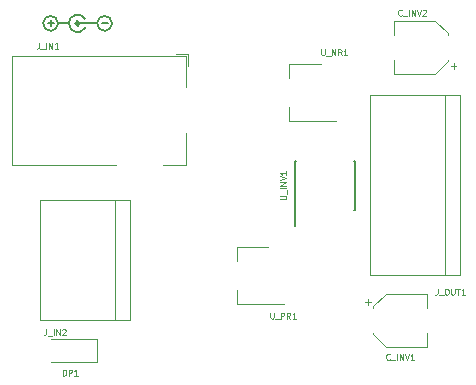
<source format=gbr>
G04 #@! TF.GenerationSoftware,KiCad,Pcbnew,(5.0.0-3-g5ebb6b6)*
G04 #@! TF.CreationDate,2018-12-29T11:49:17+00:00*
G04 #@! TF.ProjectId,BinaryBagelBoard,42696E617279426167656C426F617264,rev?*
G04 #@! TF.SameCoordinates,Original*
G04 #@! TF.FileFunction,Legend,Top*
G04 #@! TF.FilePolarity,Positive*
%FSLAX46Y46*%
G04 Gerber Fmt 4.6, Leading zero omitted, Abs format (unit mm)*
G04 Created by KiCad (PCBNEW (5.0.0-3-g5ebb6b6)) date Saturday, 29 December 2018 at 11:49:17*
%MOMM*%
%LPD*%
G01*
G04 APERTURE LIST*
%ADD10C,0.200000*%
%ADD11C,0.300000*%
%ADD12C,0.150000*%
%ADD13C,0.120000*%
%ADD14C,0.050000*%
G04 APERTURE END LIST*
D10*
X98425000Y-48514000D02*
X100076000Y-48514000D01*
X96774000Y-48514000D02*
X97663000Y-48514000D01*
X99060000Y-48895000D02*
G75*
G02X99060000Y-48133000I-635000J381000D01*
G01*
D11*
X98552000Y-48514000D02*
G75*
G03X98552000Y-48514000I-127000J0D01*
G01*
D10*
X95885000Y-48514000D02*
X96393000Y-48514000D01*
X96774000Y-48514000D02*
G75*
G03X96774000Y-48514000I-635000J0D01*
G01*
X100457000Y-48514000D02*
X100965000Y-48514000D01*
X96139000Y-48768000D02*
X96139000Y-48260000D01*
X101346000Y-48514000D02*
G75*
G03X101346000Y-48514000I-635000J0D01*
G01*
D12*
G04 #@! TO.C,U_INV1*
X116805000Y-64305000D02*
X116855000Y-64305000D01*
X116805000Y-60155000D02*
X116950000Y-60155000D01*
X121955000Y-60155000D02*
X121810000Y-60155000D01*
X121955000Y-64305000D02*
X121810000Y-64305000D01*
X116805000Y-64305000D02*
X116805000Y-60155000D01*
X121955000Y-64305000D02*
X121955000Y-60155000D01*
X116855000Y-64305000D02*
X116855000Y-65705000D01*
D13*
G04 #@! TO.C,C_INV1*
X127990000Y-75920000D02*
X127990000Y-74720000D01*
X127990000Y-71400000D02*
X127990000Y-72600000D01*
X124534437Y-71400000D02*
X127990000Y-71400000D01*
X124534437Y-75920000D02*
X127990000Y-75920000D01*
X123470000Y-74855563D02*
X123470000Y-74720000D01*
X123470000Y-72464437D02*
X123470000Y-72600000D01*
X123470000Y-72464437D02*
X124534437Y-71400000D01*
X123470000Y-74855563D02*
X124534437Y-75920000D01*
X122730000Y-72100000D02*
X123230000Y-72100000D01*
X122980000Y-71850000D02*
X122980000Y-72350000D01*
G04 #@! TO.C,C_INV2*
X130258000Y-52356000D02*
X130258000Y-51856000D01*
X130508000Y-52106000D02*
X130008000Y-52106000D01*
X129768000Y-49350437D02*
X128703563Y-48286000D01*
X129768000Y-51741563D02*
X128703563Y-52806000D01*
X129768000Y-51741563D02*
X129768000Y-51606000D01*
X129768000Y-49350437D02*
X129768000Y-49486000D01*
X128703563Y-48286000D02*
X125248000Y-48286000D01*
X128703563Y-52806000D02*
X125248000Y-52806000D01*
X125248000Y-52806000D02*
X125248000Y-51606000D01*
X125248000Y-48286000D02*
X125248000Y-49486000D01*
G04 #@! TO.C,J_IN1*
X107780000Y-52130000D02*
X107780000Y-51080000D01*
X106730000Y-51080000D02*
X107780000Y-51080000D01*
X101680000Y-60480000D02*
X92880000Y-60480000D01*
X92880000Y-60480000D02*
X92880000Y-51280000D01*
X107580000Y-57780000D02*
X107580000Y-60480000D01*
X107580000Y-60480000D02*
X105680000Y-60480000D01*
X92880000Y-51280000D02*
X107580000Y-51280000D01*
X107580000Y-51280000D02*
X107580000Y-53880000D01*
G04 #@! TO.C,U_NR1*
X116330000Y-53156000D02*
X116330000Y-51956000D01*
X116330000Y-51956000D02*
X119030000Y-51956000D01*
X120330000Y-56756000D02*
X116330000Y-56756000D01*
X116330000Y-56756000D02*
X116330000Y-55556000D01*
G04 #@! TO.C,U_PR1*
X111885000Y-72250000D02*
X111885000Y-71050000D01*
X115885000Y-72250000D02*
X111885000Y-72250000D01*
X111885000Y-67450000D02*
X114585000Y-67450000D01*
X111885000Y-68650000D02*
X111885000Y-67450000D01*
G04 #@! TO.C,J_IN2*
X101600000Y-63500000D02*
X101600000Y-73660000D01*
X102870000Y-63500000D02*
X95250000Y-63500000D01*
X95250000Y-63500000D02*
X95250000Y-73660000D01*
X95250000Y-73660000D02*
X102870000Y-73660000D01*
X102870000Y-73660000D02*
X102870000Y-63500000D01*
G04 #@! TO.C,J_OUT1*
X130810000Y-69850000D02*
X123190000Y-69850000D01*
X130810000Y-54610000D02*
X123190000Y-54610000D01*
X129540000Y-69850000D02*
X129540000Y-54610000D01*
X123190000Y-69850000D02*
X123190000Y-54610000D01*
X130810000Y-69850000D02*
X130810000Y-54610000D01*
G04 #@! TO.C,DP1*
X100040000Y-77200000D02*
X100040000Y-75200000D01*
X100040000Y-75200000D02*
X96140000Y-75200000D01*
X100040000Y-77200000D02*
X96140000Y-77200000D01*
G04 #@! TO.C,U_INV1*
D14*
X115606190Y-63396666D02*
X116010952Y-63396666D01*
X116058571Y-63372857D01*
X116082380Y-63349047D01*
X116106190Y-63301428D01*
X116106190Y-63206190D01*
X116082380Y-63158571D01*
X116058571Y-63134761D01*
X116010952Y-63110952D01*
X115606190Y-63110952D01*
X116153809Y-62991904D02*
X116153809Y-62610952D01*
X116106190Y-62491904D02*
X115606190Y-62491904D01*
X116106190Y-62253809D02*
X115606190Y-62253809D01*
X116106190Y-61968095D01*
X115606190Y-61968095D01*
X115606190Y-61801428D02*
X116106190Y-61634761D01*
X115606190Y-61468095D01*
X116106190Y-61039523D02*
X116106190Y-61325238D01*
X116106190Y-61182380D02*
X115606190Y-61182380D01*
X115677619Y-61230000D01*
X115725238Y-61277619D01*
X115749047Y-61325238D01*
G04 #@! TO.C,C_INV1*
X124860952Y-76950071D02*
X124837142Y-76973880D01*
X124765714Y-76997690D01*
X124718095Y-76997690D01*
X124646666Y-76973880D01*
X124599047Y-76926261D01*
X124575238Y-76878642D01*
X124551428Y-76783404D01*
X124551428Y-76711976D01*
X124575238Y-76616738D01*
X124599047Y-76569119D01*
X124646666Y-76521500D01*
X124718095Y-76497690D01*
X124765714Y-76497690D01*
X124837142Y-76521500D01*
X124860952Y-76545309D01*
X124956190Y-77045309D02*
X125337142Y-77045309D01*
X125456190Y-76997690D02*
X125456190Y-76497690D01*
X125694285Y-76997690D02*
X125694285Y-76497690D01*
X125980000Y-76997690D01*
X125980000Y-76497690D01*
X126146666Y-76497690D02*
X126313333Y-76997690D01*
X126480000Y-76497690D01*
X126908571Y-76997690D02*
X126622857Y-76997690D01*
X126765714Y-76997690D02*
X126765714Y-76497690D01*
X126718095Y-76569119D01*
X126670476Y-76616738D01*
X126622857Y-76640547D01*
G04 #@! TO.C,C_INV2*
X125876952Y-47803571D02*
X125853142Y-47827380D01*
X125781714Y-47851190D01*
X125734095Y-47851190D01*
X125662666Y-47827380D01*
X125615047Y-47779761D01*
X125591238Y-47732142D01*
X125567428Y-47636904D01*
X125567428Y-47565476D01*
X125591238Y-47470238D01*
X125615047Y-47422619D01*
X125662666Y-47375000D01*
X125734095Y-47351190D01*
X125781714Y-47351190D01*
X125853142Y-47375000D01*
X125876952Y-47398809D01*
X125972190Y-47898809D02*
X126353142Y-47898809D01*
X126472190Y-47851190D02*
X126472190Y-47351190D01*
X126710285Y-47851190D02*
X126710285Y-47351190D01*
X126996000Y-47851190D01*
X126996000Y-47351190D01*
X127162666Y-47351190D02*
X127329333Y-47851190D01*
X127496000Y-47351190D01*
X127638857Y-47398809D02*
X127662666Y-47375000D01*
X127710285Y-47351190D01*
X127829333Y-47351190D01*
X127876952Y-47375000D01*
X127900761Y-47398809D01*
X127924571Y-47446428D01*
X127924571Y-47494047D01*
X127900761Y-47565476D01*
X127615047Y-47851190D01*
X127924571Y-47851190D01*
G04 #@! TO.C,J_IN1*
X95146904Y-50145190D02*
X95146904Y-50502333D01*
X95123095Y-50573761D01*
X95075476Y-50621380D01*
X95004047Y-50645190D01*
X94956428Y-50645190D01*
X95265952Y-50692809D02*
X95646904Y-50692809D01*
X95765952Y-50645190D02*
X95765952Y-50145190D01*
X96004047Y-50645190D02*
X96004047Y-50145190D01*
X96289761Y-50645190D01*
X96289761Y-50145190D01*
X96789761Y-50645190D02*
X96504047Y-50645190D01*
X96646904Y-50645190D02*
X96646904Y-50145190D01*
X96599285Y-50216619D01*
X96551666Y-50264238D01*
X96504047Y-50288047D01*
G04 #@! TO.C,U_NR1*
X119058666Y-50716690D02*
X119058666Y-51121452D01*
X119082476Y-51169071D01*
X119106285Y-51192880D01*
X119153904Y-51216690D01*
X119249142Y-51216690D01*
X119296761Y-51192880D01*
X119320571Y-51169071D01*
X119344380Y-51121452D01*
X119344380Y-50716690D01*
X119463428Y-51264309D02*
X119844380Y-51264309D01*
X119963428Y-51216690D02*
X119963428Y-50716690D01*
X120249142Y-51216690D01*
X120249142Y-50716690D01*
X120772952Y-51216690D02*
X120606285Y-50978595D01*
X120487238Y-51216690D02*
X120487238Y-50716690D01*
X120677714Y-50716690D01*
X120725333Y-50740500D01*
X120749142Y-50764309D01*
X120772952Y-50811928D01*
X120772952Y-50883357D01*
X120749142Y-50930976D01*
X120725333Y-50954785D01*
X120677714Y-50978595D01*
X120487238Y-50978595D01*
X121249142Y-51216690D02*
X120963428Y-51216690D01*
X121106285Y-51216690D02*
X121106285Y-50716690D01*
X121058666Y-50788119D01*
X121011047Y-50835738D01*
X120963428Y-50859547D01*
G04 #@! TO.C,U_PR1*
X114752571Y-73005190D02*
X114752571Y-73409952D01*
X114776380Y-73457571D01*
X114800190Y-73481380D01*
X114847809Y-73505190D01*
X114943047Y-73505190D01*
X114990666Y-73481380D01*
X115014476Y-73457571D01*
X115038285Y-73409952D01*
X115038285Y-73005190D01*
X115157333Y-73552809D02*
X115538285Y-73552809D01*
X115657333Y-73505190D02*
X115657333Y-73005190D01*
X115847809Y-73005190D01*
X115895428Y-73029000D01*
X115919238Y-73052809D01*
X115943047Y-73100428D01*
X115943047Y-73171857D01*
X115919238Y-73219476D01*
X115895428Y-73243285D01*
X115847809Y-73267095D01*
X115657333Y-73267095D01*
X116443047Y-73505190D02*
X116276380Y-73267095D01*
X116157333Y-73505190D02*
X116157333Y-73005190D01*
X116347809Y-73005190D01*
X116395428Y-73029000D01*
X116419238Y-73052809D01*
X116443047Y-73100428D01*
X116443047Y-73171857D01*
X116419238Y-73219476D01*
X116395428Y-73243285D01*
X116347809Y-73267095D01*
X116157333Y-73267095D01*
X116919238Y-73505190D02*
X116633523Y-73505190D01*
X116776380Y-73505190D02*
X116776380Y-73005190D01*
X116728761Y-73076619D01*
X116681142Y-73124238D01*
X116633523Y-73148047D01*
G04 #@! TO.C,J_IN2*
X95781904Y-74402190D02*
X95781904Y-74759333D01*
X95758095Y-74830761D01*
X95710476Y-74878380D01*
X95639047Y-74902190D01*
X95591428Y-74902190D01*
X95900952Y-74949809D02*
X96281904Y-74949809D01*
X96400952Y-74902190D02*
X96400952Y-74402190D01*
X96639047Y-74902190D02*
X96639047Y-74402190D01*
X96924761Y-74902190D01*
X96924761Y-74402190D01*
X97139047Y-74449809D02*
X97162857Y-74426000D01*
X97210476Y-74402190D01*
X97329523Y-74402190D01*
X97377142Y-74426000D01*
X97400952Y-74449809D01*
X97424761Y-74497428D01*
X97424761Y-74545047D01*
X97400952Y-74616476D01*
X97115238Y-74902190D01*
X97424761Y-74902190D01*
G04 #@! TO.C,J_OUT1*
X128913071Y-70973190D02*
X128913071Y-71330333D01*
X128889261Y-71401761D01*
X128841642Y-71449380D01*
X128770214Y-71473190D01*
X128722595Y-71473190D01*
X129032119Y-71520809D02*
X129413071Y-71520809D01*
X129627357Y-70973190D02*
X129722595Y-70973190D01*
X129770214Y-70997000D01*
X129817833Y-71044619D01*
X129841642Y-71139857D01*
X129841642Y-71306523D01*
X129817833Y-71401761D01*
X129770214Y-71449380D01*
X129722595Y-71473190D01*
X129627357Y-71473190D01*
X129579738Y-71449380D01*
X129532119Y-71401761D01*
X129508309Y-71306523D01*
X129508309Y-71139857D01*
X129532119Y-71044619D01*
X129579738Y-70997000D01*
X129627357Y-70973190D01*
X130055928Y-70973190D02*
X130055928Y-71377952D01*
X130079738Y-71425571D01*
X130103547Y-71449380D01*
X130151166Y-71473190D01*
X130246404Y-71473190D01*
X130294023Y-71449380D01*
X130317833Y-71425571D01*
X130341642Y-71377952D01*
X130341642Y-70973190D01*
X130508309Y-70973190D02*
X130794023Y-70973190D01*
X130651166Y-71473190D02*
X130651166Y-70973190D01*
X131222595Y-71473190D02*
X130936880Y-71473190D01*
X131079738Y-71473190D02*
X131079738Y-70973190D01*
X131032119Y-71044619D01*
X130984500Y-71092238D01*
X130936880Y-71116047D01*
G04 #@! TO.C,DP1*
X97170952Y-78331190D02*
X97170952Y-77831190D01*
X97290000Y-77831190D01*
X97361428Y-77855000D01*
X97409047Y-77902619D01*
X97432857Y-77950238D01*
X97456666Y-78045476D01*
X97456666Y-78116904D01*
X97432857Y-78212142D01*
X97409047Y-78259761D01*
X97361428Y-78307380D01*
X97290000Y-78331190D01*
X97170952Y-78331190D01*
X97670952Y-78331190D02*
X97670952Y-77831190D01*
X97861428Y-77831190D01*
X97909047Y-77855000D01*
X97932857Y-77878809D01*
X97956666Y-77926428D01*
X97956666Y-77997857D01*
X97932857Y-78045476D01*
X97909047Y-78069285D01*
X97861428Y-78093095D01*
X97670952Y-78093095D01*
X98432857Y-78331190D02*
X98147142Y-78331190D01*
X98290000Y-78331190D02*
X98290000Y-77831190D01*
X98242380Y-77902619D01*
X98194761Y-77950238D01*
X98147142Y-77974047D01*
G04 #@! TD*
M02*

</source>
